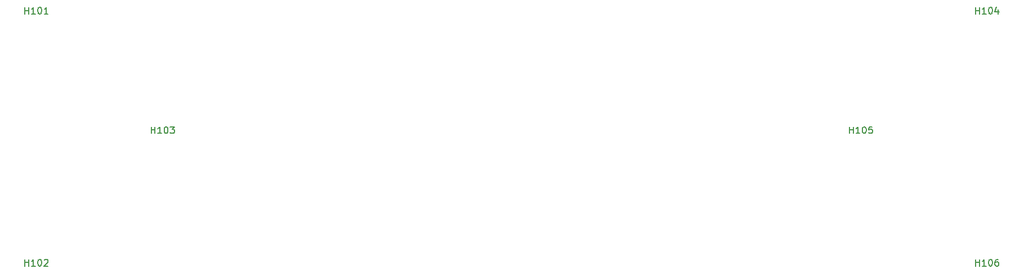
<source format=gbr>
G04 #@! TF.GenerationSoftware,KiCad,Pcbnew,5.1.9*
G04 #@! TF.CreationDate,2021-01-24T20:38:43+01:00*
G04 #@! TF.ProjectId,Shoto,53686f74-6f2e-46b6-9963-61645f706362,rev?*
G04 #@! TF.SameCoordinates,Original*
G04 #@! TF.FileFunction,Legend,Top*
G04 #@! TF.FilePolarity,Positive*
%FSLAX46Y46*%
G04 Gerber Fmt 4.6, Leading zero omitted, Abs format (unit mm)*
G04 Created by KiCad (PCBNEW 5.1.9) date 2021-01-24 20:38:43*
%MOMM*%
%LPD*%
G01*
G04 APERTURE LIST*
%ADD10C,0.150000*%
G04 APERTURE END LIST*
D10*
X231285714Y-84252380D02*
X231285714Y-83252380D01*
X231285714Y-83728571D02*
X231857142Y-83728571D01*
X231857142Y-84252380D02*
X231857142Y-83252380D01*
X232857142Y-84252380D02*
X232285714Y-84252380D01*
X232571428Y-84252380D02*
X232571428Y-83252380D01*
X232476190Y-83395238D01*
X232380952Y-83490476D01*
X232285714Y-83538095D01*
X233476190Y-83252380D02*
X233571428Y-83252380D01*
X233666666Y-83300000D01*
X233714285Y-83347619D01*
X233761904Y-83442857D01*
X233809523Y-83633333D01*
X233809523Y-83871428D01*
X233761904Y-84061904D01*
X233714285Y-84157142D01*
X233666666Y-84204761D01*
X233571428Y-84252380D01*
X233476190Y-84252380D01*
X233380952Y-84204761D01*
X233333333Y-84157142D01*
X233285714Y-84061904D01*
X233238095Y-83871428D01*
X233238095Y-83633333D01*
X233285714Y-83442857D01*
X233333333Y-83347619D01*
X233380952Y-83300000D01*
X233476190Y-83252380D01*
X234666666Y-83252380D02*
X234476190Y-83252380D01*
X234380952Y-83300000D01*
X234333333Y-83347619D01*
X234238095Y-83490476D01*
X234190476Y-83680952D01*
X234190476Y-84061904D01*
X234238095Y-84157142D01*
X234285714Y-84204761D01*
X234380952Y-84252380D01*
X234571428Y-84252380D01*
X234666666Y-84204761D01*
X234714285Y-84157142D01*
X234761904Y-84061904D01*
X234761904Y-83823809D01*
X234714285Y-83728571D01*
X234666666Y-83680952D01*
X234571428Y-83633333D01*
X234380952Y-83633333D01*
X234285714Y-83680952D01*
X234238095Y-83728571D01*
X234190476Y-83823809D01*
X212285714Y-64252380D02*
X212285714Y-63252380D01*
X212285714Y-63728571D02*
X212857142Y-63728571D01*
X212857142Y-64252380D02*
X212857142Y-63252380D01*
X213857142Y-64252380D02*
X213285714Y-64252380D01*
X213571428Y-64252380D02*
X213571428Y-63252380D01*
X213476190Y-63395238D01*
X213380952Y-63490476D01*
X213285714Y-63538095D01*
X214476190Y-63252380D02*
X214571428Y-63252380D01*
X214666666Y-63300000D01*
X214714285Y-63347619D01*
X214761904Y-63442857D01*
X214809523Y-63633333D01*
X214809523Y-63871428D01*
X214761904Y-64061904D01*
X214714285Y-64157142D01*
X214666666Y-64204761D01*
X214571428Y-64252380D01*
X214476190Y-64252380D01*
X214380952Y-64204761D01*
X214333333Y-64157142D01*
X214285714Y-64061904D01*
X214238095Y-63871428D01*
X214238095Y-63633333D01*
X214285714Y-63442857D01*
X214333333Y-63347619D01*
X214380952Y-63300000D01*
X214476190Y-63252380D01*
X215714285Y-63252380D02*
X215238095Y-63252380D01*
X215190476Y-63728571D01*
X215238095Y-63680952D01*
X215333333Y-63633333D01*
X215571428Y-63633333D01*
X215666666Y-63680952D01*
X215714285Y-63728571D01*
X215761904Y-63823809D01*
X215761904Y-64061904D01*
X215714285Y-64157142D01*
X215666666Y-64204761D01*
X215571428Y-64252380D01*
X215333333Y-64252380D01*
X215238095Y-64204761D01*
X215190476Y-64157142D01*
X231285714Y-46252380D02*
X231285714Y-45252380D01*
X231285714Y-45728571D02*
X231857142Y-45728571D01*
X231857142Y-46252380D02*
X231857142Y-45252380D01*
X232857142Y-46252380D02*
X232285714Y-46252380D01*
X232571428Y-46252380D02*
X232571428Y-45252380D01*
X232476190Y-45395238D01*
X232380952Y-45490476D01*
X232285714Y-45538095D01*
X233476190Y-45252380D02*
X233571428Y-45252380D01*
X233666666Y-45300000D01*
X233714285Y-45347619D01*
X233761904Y-45442857D01*
X233809523Y-45633333D01*
X233809523Y-45871428D01*
X233761904Y-46061904D01*
X233714285Y-46157142D01*
X233666666Y-46204761D01*
X233571428Y-46252380D01*
X233476190Y-46252380D01*
X233380952Y-46204761D01*
X233333333Y-46157142D01*
X233285714Y-46061904D01*
X233238095Y-45871428D01*
X233238095Y-45633333D01*
X233285714Y-45442857D01*
X233333333Y-45347619D01*
X233380952Y-45300000D01*
X233476190Y-45252380D01*
X234666666Y-45585714D02*
X234666666Y-46252380D01*
X234428571Y-45204761D02*
X234190476Y-45919047D01*
X234809523Y-45919047D01*
X107285714Y-64252380D02*
X107285714Y-63252380D01*
X107285714Y-63728571D02*
X107857142Y-63728571D01*
X107857142Y-64252380D02*
X107857142Y-63252380D01*
X108857142Y-64252380D02*
X108285714Y-64252380D01*
X108571428Y-64252380D02*
X108571428Y-63252380D01*
X108476190Y-63395238D01*
X108380952Y-63490476D01*
X108285714Y-63538095D01*
X109476190Y-63252380D02*
X109571428Y-63252380D01*
X109666666Y-63300000D01*
X109714285Y-63347619D01*
X109761904Y-63442857D01*
X109809523Y-63633333D01*
X109809523Y-63871428D01*
X109761904Y-64061904D01*
X109714285Y-64157142D01*
X109666666Y-64204761D01*
X109571428Y-64252380D01*
X109476190Y-64252380D01*
X109380952Y-64204761D01*
X109333333Y-64157142D01*
X109285714Y-64061904D01*
X109238095Y-63871428D01*
X109238095Y-63633333D01*
X109285714Y-63442857D01*
X109333333Y-63347619D01*
X109380952Y-63300000D01*
X109476190Y-63252380D01*
X110142857Y-63252380D02*
X110761904Y-63252380D01*
X110428571Y-63633333D01*
X110571428Y-63633333D01*
X110666666Y-63680952D01*
X110714285Y-63728571D01*
X110761904Y-63823809D01*
X110761904Y-64061904D01*
X110714285Y-64157142D01*
X110666666Y-64204761D01*
X110571428Y-64252380D01*
X110285714Y-64252380D01*
X110190476Y-64204761D01*
X110142857Y-64157142D01*
X88285714Y-84252380D02*
X88285714Y-83252380D01*
X88285714Y-83728571D02*
X88857142Y-83728571D01*
X88857142Y-84252380D02*
X88857142Y-83252380D01*
X89857142Y-84252380D02*
X89285714Y-84252380D01*
X89571428Y-84252380D02*
X89571428Y-83252380D01*
X89476190Y-83395238D01*
X89380952Y-83490476D01*
X89285714Y-83538095D01*
X90476190Y-83252380D02*
X90571428Y-83252380D01*
X90666666Y-83300000D01*
X90714285Y-83347619D01*
X90761904Y-83442857D01*
X90809523Y-83633333D01*
X90809523Y-83871428D01*
X90761904Y-84061904D01*
X90714285Y-84157142D01*
X90666666Y-84204761D01*
X90571428Y-84252380D01*
X90476190Y-84252380D01*
X90380952Y-84204761D01*
X90333333Y-84157142D01*
X90285714Y-84061904D01*
X90238095Y-83871428D01*
X90238095Y-83633333D01*
X90285714Y-83442857D01*
X90333333Y-83347619D01*
X90380952Y-83300000D01*
X90476190Y-83252380D01*
X91190476Y-83347619D02*
X91238095Y-83300000D01*
X91333333Y-83252380D01*
X91571428Y-83252380D01*
X91666666Y-83300000D01*
X91714285Y-83347619D01*
X91761904Y-83442857D01*
X91761904Y-83538095D01*
X91714285Y-83680952D01*
X91142857Y-84252380D01*
X91761904Y-84252380D01*
X88285714Y-46252380D02*
X88285714Y-45252380D01*
X88285714Y-45728571D02*
X88857142Y-45728571D01*
X88857142Y-46252380D02*
X88857142Y-45252380D01*
X89857142Y-46252380D02*
X89285714Y-46252380D01*
X89571428Y-46252380D02*
X89571428Y-45252380D01*
X89476190Y-45395238D01*
X89380952Y-45490476D01*
X89285714Y-45538095D01*
X90476190Y-45252380D02*
X90571428Y-45252380D01*
X90666666Y-45300000D01*
X90714285Y-45347619D01*
X90761904Y-45442857D01*
X90809523Y-45633333D01*
X90809523Y-45871428D01*
X90761904Y-46061904D01*
X90714285Y-46157142D01*
X90666666Y-46204761D01*
X90571428Y-46252380D01*
X90476190Y-46252380D01*
X90380952Y-46204761D01*
X90333333Y-46157142D01*
X90285714Y-46061904D01*
X90238095Y-45871428D01*
X90238095Y-45633333D01*
X90285714Y-45442857D01*
X90333333Y-45347619D01*
X90380952Y-45300000D01*
X90476190Y-45252380D01*
X91761904Y-46252380D02*
X91190476Y-46252380D01*
X91476190Y-46252380D02*
X91476190Y-45252380D01*
X91380952Y-45395238D01*
X91285714Y-45490476D01*
X91190476Y-45538095D01*
M02*

</source>
